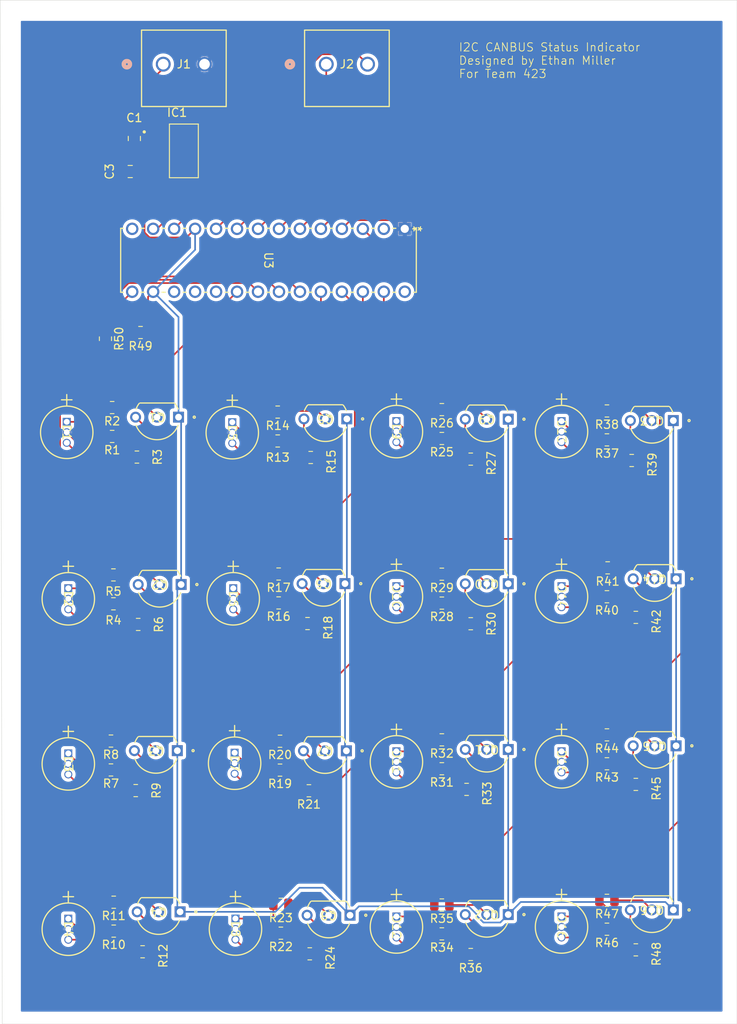
<source format=kicad_pcb>
(kicad_pcb (version 20240108) (generator "pcbnew") (generator_version "8.0")
  (layers (0 "F.Cu" signal) (31 "B.Cu" signal) (34 "B.Paste" user) (35 "F.Paste" user) (36 "B.SilkS" user "B.Silkscreen") (37 "F.SilkS" user "F.Silkscreen") (38 "B.Mask" user) (39 "F.Mask" user) (44 "Edge.Cuts" user))
  (net 0 "")
  (net 1 "VDD")
  (net 2 "GND")
  (net 3 "/3V3")
  (net 4 "Net-(D1-A2)")
  (net 5 "Net-(D1-A1)")
  (net 6 "Net-(D2-A1)")
  (net 7 "Net-(D2-A2)")
  (net 8 "Net-(D3-A2)")
  (net 9 "Net-(D3-A1)")
  (net 10 "Net-(D4-A2)")
  (net 11 "Net-(D4-A1)")
  (net 12 "Net-(D5-A1)")
  (net 13 "Net-(D5-A2)")
  (net 14 "Net-(D6-A1)")
  (net 15 "Net-(D6-A2)")
  (net 16 "Net-(D7-A2)")
  (net 17 "Net-(D7-A1)")
  (net 18 "Net-(D8-A1)")
  (net 19 "Net-(D8-A2)")
  (net 20 "Net-(D9-A1)")
  (net 21 "Net-(D9-A2)")
  (net 22 "Net-(D10-A1)")
  (net 23 "Net-(D10-A2)")
  (net 24 "Net-(D11-A1)")
  (net 25 "Net-(D11-A2)")
  (net 26 "Net-(D12-A1)")
  (net 27 "Net-(D12-A2)")
  (net 28 "Net-(D13-A1)")
  (net 29 "Net-(D13-A2)")
  (net 30 "Net-(D14-A1)")
  (net 31 "Net-(D14-A2)")
  (net 32 "Net-(D15-A2)")
  (net 33 "Net-(D15-A1)")
  (net 34 "Net-(D16-A1)")
  (net 35 "Net-(D16-A2)")
  (net 36 "/SCL")
  (net 37 "/SDA")
  (net 38 "Net-(Q1-C)")
  (net 39 "Net-(Q1-B)")
  (net 40 "Net-(Q2-B)")
  (net 41 "Net-(Q2-C)")
  (net 42 "Net-(Q3-C)")
  (net 43 "Net-(Q3-B)")
  (net 44 "Net-(Q4-C)")
  (net 45 "Net-(Q4-B)")
  (net 46 "Net-(Q5-C)")
  (net 47 "Net-(Q5-B)")
  (net 48 "Net-(Q6-C)")
  (net 49 "Net-(Q6-B)")
  (net 50 "Net-(Q7-C)")
  (net 51 "Net-(Q7-B)")
  (net 52 "Net-(Q8-C)")
  (net 53 "Net-(Q8-B)")
  (net 54 "Net-(Q9-B)")
  (net 55 "Net-(Q9-C)")
  (net 56 "Net-(Q10-C)")
  (net 57 "Net-(Q10-B)")
  (net 58 "Net-(Q11-C)")
  (net 59 "Net-(Q11-B)")
  (net 60 "Net-(Q12-B)")
  (net 61 "Net-(Q12-C)")
  (net 62 "Net-(Q13-C)")
  (net 63 "Net-(Q13-B)")
  (net 64 "Net-(Q14-C)")
  (net 65 "Net-(Q14-B)")
  (net 66 "Net-(Q15-B)")
  (net 67 "Net-(Q15-C)")
  (net 68 "Net-(Q16-B)")
  (net 69 "Net-(Q16-C)")
  (net 70 "/GP0.0")
  (net 71 "/GP0.1")
  (net 72 "/GP0.2")
  (net 73 "/GP0.3")
  (net 74 "/GP0.4")
  (net 75 "/GP0.5")
  (net 76 "/GP0.6")
  (net 77 "/GP0.7")
  (net 78 "/GP1.0")
  (net 79 "/GP1.1")
  (net 80 "/GP1.2")
  (net 81 "/GP1.3")
  (net 82 "/GP1.4")
  (net 83 "/GP1.5")
  (net 84 "/GP1.6")
  (net 85 "/GP1.7")
  (net 86 "/ADDR")
  (footprint "Resistor_SMD:R_0805_2012Metric" (layer "F.Cu") (at 83.73 118 180)
    (property "Reference" "R16")
    (property "Value" "86.6")
  )
  (footprint "Library:TO-92-3L_5P33X5P2_ONS" (layer "F.Cu") (at 71.91675 115.77 180)
    (property "Reference" "Q2")
    (property "Value" "PNP")
  )
  (footprint "Resistor_SMD:R_0805_2012Metric" (layer "F.Cu") (at 63.75 157.75 180)
    (property "Reference" "R10")
    (property "Value" "86.6")
  )
  (footprint "Resistor_SMD:R_0805_2012Metric" (layer "F.Cu") (at 127 139.98 180)
    (property "Reference" "R45")
    (property "Value" "86.6")
  )
  (footprint "Resistor_SMD:R_0805_2012Metric" (layer "F.Cu") (at 127 160.02 180)
    (property "Reference" "R48")
    (property "Value" "86.6")
  )
  (footprint "Library:HLMP-40XX_BRA" (layer "F.Cu") (at 118 155.98 -90)
    (property "Reference" "D16")
    (property "Value" "LED_Dual_AKA")
  )
  (footprint "Library:HLMP-40XX_BRA" (layer "F.Cu") (at 78.39675 136.14675 -90)
    (property "Reference" "D7")
    (property "Value" "LED_Dual_AKA")
  )
  (footprint "Capacitor_SMD:C_0805_2012Metric" (layer "F.Cu") (at 65.75 65.75 180)
    (property "Reference" "C3")
    (property "Value" "22uF")
  )
  (footprint "Resistor_SMD:R_0805_2012Metric" (layer "F.Cu") (at 63.41675 134.73 180)
    (property "Reference" "R8")
    (property "Value" "1k")
  )
  (footprint "Resistor_SMD:R_0805_2012Metric" (layer "F.Cu") (at 103.5 158.08325 180)
    (property "Reference" "R34")
    (property "Value" "86.6")
  )
  (footprint "Resistor_SMD:R_0805_2012Metric" (layer "F.Cu") (at 123.5 137.48 180)
    (property "Reference" "R43")
    (property "Value" "86.6")
  )
  (footprint "Resistor_SMD:R_0805_2012Metric" (layer "F.Cu") (at 83.73 114.5 180)
    (property "Reference" "R17")
    (property "Value" "1k")
  )
  (footprint "Library:HLMP-40XX_BRA" (layer "F.Cu") (at 58.25 116.23 -90)
    (property "Reference" "D2")
    (property "Value" "LED_Dual_AKA")
  )
  (footprint "Library:VREG_TLE42644GHTSA3" (layer "F.Cu") (at 72.25 63.25)
    (property "Reference" "IC1")
    (property "Value" "TLE42744GS_V33")
  )
  (footprint "Resistor_SMD:R_0805_2012Metric" (layer "F.Cu") (at 123.5875 113.75 180)
    (property "Reference" "R41")
    (property "Value" "1k")
  )
  (footprint "Resistor_SMD:R_0805_2012Metric" (layer "F.Cu") (at 87.23 120.5 180)
    (property "Reference" "R18")
    (property "Value" "86.6")
  )
  (footprint "Library:TO-92-3L_5P33X5P2_ONS" (layer "F.Cu") (at 91.9939 95.7121 180)
    (property "Reference" "Q5")
    (property "Value" "PNP")
  )
  (footprint "Resistor_SMD:R_0805_2012Metric" (layer "F.Cu") (at 87.39675 140.75 180)
    (property "Reference" "R21")
    (property "Value" "86.6")
  )
  (footprint "Library:TO-92-3L_5P33X5P2_ONS" (layer "F.Cu") (at 71.4562 135.89355 180)
    (property "Reference" "Q3")
    (property "Value" "PNP")
  )
  (footprint "Resistor_SMD:R_0805_2012Metric" (layer "F.Cu") (at 84 154.5 180)
    (property "Reference" "R23")
    (property "Value" "1k")
  )
  (footprint "Library:TO-92-3L_5P33X5P2_ONS" (layer "F.Cu") (at 71.6 95.5 180)
    (property "Reference" "Q1")
    (property "Value" "PNP")
  )
  (footprint "Library:SPDIP28_300MC_MCH" (layer "F.Cu") (at 99.01 72.69 -90)
    (property "Reference" "U3")
    (property "Value" "MCP23018-E/SP")
  )
  (footprint "Library:HLMP-40XX_BRA" (layer "F.Cu") (at 78.115 96.115 -90)
    (property "Reference" "D5")
    (property "Value" "LED_Dual_AKA")
  )
  (footprint "Library:HLMP-40XX_BRA" (layer "F.Cu") (at 98 155.98 -90)
    (property "Reference" "D12")
    (property "Value" "LED_Dual_AKA")
  )
  (footprint "Resistor_SMD:R_0805_2012Metric" (layer "F.Cu") (at 83.89675 134.75 180)
    (property "Reference" "R20")
    (property "Value" "1k")
  )
  (footprint "Library:HLMP-40XX_BRA" (layer "F.Cu") (at 118 115.98 -90)
    (property "Reference" "D14")
    (property "Value" "LED_Dual_AKA")
  )
  (footprint "Library:TO-92-3L_5P33X5P2_ONS" (layer "F.Cu") (at 111.53945 95.7468 180)
    (property "Reference" "Q9")
    (property "Value" "PNP")
  )
  (footprint "Library:HLMP-40XX_BRA" (layer "F.Cu") (at 78.23 116.23 -90)
    (property "Reference" "D6")
    (property "Value" "LED_Dual_AKA")
  )
  (footprint "Library:HLMP-40XX_BRA" (layer "F.Cu") (at 78.5 156.23 -90)
    (property "Reference" "D8")
    (property "Value" "LED_Dual_AKA")
  )
  (footprint "Resistor_SMD:R_0805_2012Metric" (layer "F.Cu") (at 123.5 133.98 180)
    (property "Reference" "R44")
    (property "Value" "1k")
  )
  (footprint "Library:HLMP-40XX_BRA" (layer "F.Cu") (at 98 135.98 -90)
    (property "Reference" "D11")
    (property "Value" "LED_Dual_AKA")
  )
  (footprint "Library:TO-92-3L_5P33X5P2_ONS" (layer "F.Cu") (at 71.78945 155.41355 180)
    (property "Reference" "Q4")
    (property "Value" "PNP")
  )
  (footprint "Library:TO-92-3L_5P33X5P2_ONS" (layer "F.Cu") (at 91.76945 115.66355 180)
    (property "Reference" "Q6")
    (property "Value" "PNP")
  )
  (footprint "Resistor_SMD:R_0805_2012Metric" (layer "F.Cu") (at 63.75 154.25 180)
    (property "Reference" "R11")
    (property "Value" "1k")
  )
  (footprint "Resistor_SMD:R_0805_2012Metric" (layer "F.Cu") (at 84 158 180)
    (property "Reference" "R22")
    (property "Value" "86.6")
  )
  (footprint "Library:HLMP-40XX_BRA" (layer "F.Cu") (at 118 95.98 -90)
    (property "Reference" "D13")
    (property "Value" "LED_Dual_AKA")
  )
  (footprint "Resistor_SMD:R_0805_2012Metric" (layer "F.Cu") (at 126.5 100.75 180)
    (property "Reference" "R39")
    (property "Value" "86.6")
  )
  (footprint "Library:TO-92-3L_5P33X5P2_ONS" (layer "F.Cu") (at 131.8789 135.3071 180)
    (property "Reference" "Q15")
    (property "Value" "PNP")
  )
  (footprint "Resistor_SMD:R_0805_2012Metric" (layer "F.Cu") (at 123.5 157.52 180)
    (property "Reference" "R46")
    (property "Value" "86.6")
  )
  (footprint "Library:HLMP-40XX_BRA" (layer "F.Cu") (at 118 135.98 -90)
    (property "Reference" "D15")
    (property "Value" "LED_Dual_AKA")
  )
  (footprint "Resistor_SMD:R_0805_2012Metric" (layer "F.Cu") (at 66.56055 100.33645 180)
    (property "Reference" "R3")
    (property "Value" "86.6")
  )
  (footprint "Resistor_SMD:R_0805_2012Metric" (layer "F.Cu") (at 62.75 86 -90)
    (property "Reference" "R50")
    (property "Value" "1k5")
  )
  (footprint "Resistor_SMD:R_0805_2012Metric" (layer "F.Cu") (at 103.5 98.08325 180)
    (property "Reference" "R25")
    (property "Value" "86.6")
  )
  (footprint "Resistor_SMD:R_0805_2012Metric" (layer "F.Cu") (at 66.71675 120.60645 180)
    (property "Reference" "R6")
    (property "Value" "86.6")
  )
  (footprint "Resistor_SMD:R_0805_2012Metric" (layer "F.Cu") (at 67 85.25 180)
    (property "Reference" "R49")
    (property "Value" "3k3")
  )
  (footprint "Resistor_SMD:R_0805_2012Metric" (layer "F.Cu") (at 63.56055 97.83645 180)
    (property "Reference" "R1")
    (property "Value" "86.6")
  )
  (footprint "Resistor_SMD:R_0805_2012Metric" (layer "F.Cu") (at 123.5 117.25 180)
    (property "Reference" "R40")
    (property "Value" "86.6")
  )
  (footprint "Resistor_SMD:R_0805_2012Metric" (layer "F.Cu") (at 103.5 114.52 180)
    (property "Reference" "R29")
    (property "Value" "1k")
  )
  (footprint "Resistor_SMD:R_0805_2012Metric" (layer "F.Cu") (at 123.5 98.25 180)
    (property "Reference" "R37")
    (property "Value" "86.6")
  )
  (footprint "Resistor_SMD:R_0805_2012Metric" (layer "F.Cu") (at 123.5 94.75 180)
    (property "Reference" "R38")
    (property "Value" "1k")
  )
  (footprint "Resistor_SMD:R_0805_2012Metric" (layer "F.Cu") (at 103.5 94.58325 180)
    (property "Reference" "R26")
    (property "Value" "1k")
  )
  (footprint "Library:HLMP-40XX_BRA" (layer "F.Cu") (at 98 115.98 -90)
    (property "Reference" "D10")
    (property "Value" "LED_Dual_AKA")
  )
  (footprint "Resistor_SMD:R_0805_2012Metric" (layer "F.Cu") (at 83.615 94.885 180)
    (property "Reference" "R14")
    (property "Value" "1k")
  )
  (footprint "Resistor_SMD:R_0805_2012Metric" (layer "F.Cu") (at 66.41675 140.73 180)
    (property "Reference" "R9")
    (property "Value" "86.6")
  )
  (footprint "Resistor_SMD:R_0805_2012Metric" (layer "F.Cu") (at 107 100.58325 180)
    (property "Reference" "R27")
    (property "Value" "86.6")
  )
  (footprint "Library:HLMP-40XX_BRA" (layer "F.Cu") (at 58.25 156.25 -90)
    (property "Reference" "D4")
    (property "Value" "LED_Dual_AKA")
  )
  (footprint "Resistor_SMD:R_0805_2012Metric" (layer "F.Cu") (at 63.71675 114.60645 180)
    (property "Reference" "R5")
    (property "Value" "1k")
  )
  (footprint "Resistor_SMD:R_0805_2012Metric" (layer "F.Cu") (at 103.5 138.08325 180)
    (property "Reference" "R31")
    (property "Value" "86.6")
  )
  (footprint "Resistor_SMD:R_0805_2012Metric" (layer "F.Cu") (at 83.615 98.385 180)
    (property "Reference" "R13")
    (property "Value" "86.6")
  )
  (footprint "Library:TO-92-3L_5P33X5P2_ONS" (layer "F.Cu") (at 111.53945 155.7468 180)
    (property "Reference" "Q12")
    (property "Value" "PNP")
  )
  (footprint "Library:TO-92-3L_5P33X5P2_ONS" (layer "F.Cu") (at 111.53945 135.7468 180)
    (property "Reference" "Q11")
    (property "Value" "PNP")
  )
  (footprint "Resistor_SMD:R_0805_2012Metric" (layer "F.Cu") (at 63.41675 138.23 180)
    (property "Reference" "R7")
    (property "Value" "86.6")
  )
  (footprint "Resistor_SMD:R_0805_2012Metric" (layer "F.Cu") (at 87.5 160.5 180)
    (property "Reference" "R24")
    (property "Value" "86.6")
  )
  (footprint "Capacitor_SMD:C_0805_2012Metric" (layer "F.Cu") (at 66.25 61.75 -90)
    (property "Reference" "C1")
    (property "Value" "22uF")
  )
  (footprint "Library:TO-92-3L_5P33X5P2_ONS" (layer "F.Cu") (at 131.8789 115.0771 180)
    (property "Reference" "Q14")
    (property "Value" "PNP")
  )
  (footprint "Resistor_SMD:R_0805_2012Metric" (layer "F.Cu") (at 67.25 160.25 180)
    (property "Reference" "R12")
    (property "Value" "86.6")
  )
  (footprint "Library:HLMP-40XX_BRA" (layer "F.Cu") (at 58.25 136.23 -90)
    (property "Reference" "D3")
    (property "Value" "LED_Dual_AKA")
  )
  (footprint "Resistor_SMD:R_0805_2012Metric" (layer "F.Cu") (at 107 120.52 180)
    (property "Reference" "R30")
    (property "Value" "86.6")
  )
  (footprint "Resistor_SMD:R_0805_2012Metric" (layer "F.Cu") (at 63.56055 94.33645 180)
    (property "Reference" "R2")
    (property "Value" "1k")
  )
  (footprint "Resistor_SMD:R_0805_2012Metric" (layer "F.Cu") (at 107 160.58325 180)
    (property "Reference" "R36")
    (property "Value" "86.6")
  )
  (footprint "Resistor_SMD:R_0805_2012Metric" (layer "F.Cu") (at 127 119.75 180)
    (property "Reference" "R42")
    (property "Value" "86.6")
  )
  (footprint "Library:HLMP-40XX_BRA" (layer "F.Cu") (at 58.06055 96.06645 -90)
    (property "Reference" "D1")
    (property "Value" "LED_Dual_AKA")
  )
  (footprint "Resistor_SMD:R_0805_2012Metric" (layer "F.Cu") (at 63.71675 118.10645 180)
    (property "Reference" "R4")
    (property "Value" "86.6")
  )
  (footprint "Resistor_SMD:R_0805_2012Metric" (layer "F.Cu") (at 103.5 134.58325 180)
    (property "Reference" "R32")
    (property "Value" "1k")
  )
  (footprint "Library:TO-92-3L_5P33X5P2_ONS" (layer "F.Cu") (at 131.53945 95.91355 180)
    (property "Reference" "Q13")
    (property "Value" "PNP")
  )
  (footprint "Library:TO-92-3L_5P33X5P2_ONS" (layer "F.Cu") (at 91.9362 135.91355 180)
    (property "Reference" "Q7")
    (property "Value" "PNP")
  )
  (footprint "Resistor_SMD:R_0805_2012Metric" (layer "F.Cu") (at 103.5 154.58325 180)
    (property "Reference" "R35")
    (property "Value" "1k")
  )
  (footprint "Resistor_SMD:R_0805_2012Metric" (layer "F.Cu") (at 83.89675 138.25 180)
    (property "Reference" "R19")
    (property "Value" "86.6")
  )
  (footprint "Resistor_SMD:R_0805_2012Metric" (layer "F.Cu") (at 87.615 100.385 180)
    (property "Reference" "R15")
    (property "Value" "86.6")
  )
  (footprint "Resistor_SMD:R_0805_2012Metric" (layer "F.Cu") (at 123.5 154.02 180)
    (property "Reference" "R47")
    (property "Value" "1k")
  )
  (footprint "Library:HLMP-40XX_BRA" (layer "F.Cu") (at 98 95.98 -90)
    (property "Reference" "D9")
    (property "Value" "LED_Dual_AKA")
  )
  (footprint "Resistor_SMD:R_0805_2012Metric" (layer "F.Cu") (at 106.5 140.58325 180)
    (property "Reference" "R33")
    (property "Value" "86.6")
  )
  (footprint "Library:TO-92-3L_5P33X5P2_ONS" (layer "F.Cu") (at 92.3789 155.8271 180)
    (property "Reference" "Q8")
    (property "Value" "PNP")
  )
  (footprint "Library:TO-92-3L_5P33X5P2_ONS" (layer "F.Cu") (at 111.53945 115.68355 180)
    (property "Reference" "Q10")
    (property "Value" "PNP")
  )
  (footprint "Library:TO-92-3L_5P33X5P2_ONS" (layer "F.Cu") (at 131.53945 155.18355 180)
    (property "Reference" "Q16")
    (property "Value" "PNP")
  )
  (footprint "Library:CONN_1935161_PXC" (layer "F.Cu") (at 89.5 52.75)
    (property "Reference" "J2")
    (property "Value" "Screw_Terminal_01x02")
  )
  (footprint "Library:CONN_1935161_PXC" (layer "F.Cu") (at 69.75 52.75)
    (property "Reference" "J1")
    (property "Value" "Screw_Terminal_01x02")
  )
  (footprint "Resistor_SMD:R_0805_2012Metric" (layer "F.Cu") (at 103.5 118.02 180)
    (property "Reference" "R28")
    (property "Value" "86.6")
  )
  (gr_line (start 50 45) (end 50.25 169) (stroke (width 0.05)) (layer "Edge.Cuts"))
  (gr_line (start 139.25 45) (end 50 45) (stroke (width 0.05)) (layer "Edge.Cuts"))
  (gr_line (start 50.25 169) (end 139.25 169) (stroke (width 0.05)) (layer "Edge.Cuts"))
  (gr_line (start 139.25 169) (end 139.25 45) (stroke (width 0.05)) (layer "Edge.Cuts"))
  (gr_text "I2C CANBUS Status Indicator\nDesigned by Ethan Miller\nFor Team 423" (at 105.5 54.5 0) (layer "F.SilkS") (effects (font (size 1 1) (thickness 0.1)) (justify left bottom)))
  (segment (start 69.75 53.25) (end 69 54) (width 0.2) (layer "F.Cu") (net 1))
  (segment (start 68.85 60.8) (end 69 60.95) (width 0.2) (layer "F.Cu") (net 1))
  (segment (start 69.75 52.75) (end 69.75 53.25) (width 0.2) (layer "F.Cu") (net 1))
  (segment (start 69 54) (end 69 60.95) (width 0.2) (layer "F.Cu") (net 1))
  (segment (start 66.25 60.8) (end 68.85 60.8) (width 0.2) (layer "F.Cu") (net 1))
  (segment (start 67.3 63.25) (end 69 63.25) (width 0.2) (layer "F.Cu") (net 2))
  (segment (start 59.7241 99) (end 58.06055 97.33645) (width 0.2) (layer "F.Cu") (net 2))
  (segment (start 64.8 65.75) (end 67.3 63.25) (width 0.2) (layer "F.Cu") (net 2))
  (segment (start 75.5 63.25) (end 75.5 53.5) (width 0.2) (layer "F.Cu") (net 2))
  (segment (start 68.45 62.7) (end 69 63.25) (width 0.2) (layer "F.Cu") (net 2))
  (segment (start 63.5 98.481744) (end 62.981744 99) (width 0.2) (layer "F.Cu") (net 2))
  (segment (start 61.83555 87.82695) (end 61.83555 95.021194) (width 0.2) (layer "F.Cu") (net 2))
  (segment (start 75.5 53.5) (end 74.75 52.75) (width 0.2) (layer "F.Cu") (net 2))
  (segment (start 62.981744 99) (end 59.7241 99) (width 0.2) (layer "F.Cu") (net 2))
  (segment (start 66.25 62.7) (end 68.45 62.7) (width 0.2) (layer "F.Cu") (net 2))
  (segment (start 62.75 86.9125) (end 61.83555 87.82695) (width 0.2) (layer "F.Cu") (net 2))
  (segment (start 63.5 96.685644) (end 63.5 98.481744) (width 0.2) (layer "F.Cu") (net 2))
  (segment (start 75.5 63.25) (end 69 63.25) (width 0.2) (layer "F.Cu") (net 2))
  (segment (start 61.83555 95.021194) (end 63.5 96.685644) (width 0.2) (layer "F.Cu") (net 2))
  (segment (start 69 65.55) (end 67.4807 67.0693) (width 0.2) (layer "F.Cu") (net 3))
  (segment (start 67.4807 73.124635) (end 68.095365 73.7393) (width 0.2) (layer "F.Cu") (net 3))
  (segment (start 67.9125 80.9275) (end 68.53 80.31) (width 0.2) (layer "F.Cu") (net 3))
  (segment (start 72.5607 73.7393) (end 73.61 72.69) (width 0.2) (layer "F.Cu") (net 3))
  (segment (start 67.4807 67.0693) (end 67.4807 73.124635) (width 0.2) (layer "F.Cu") (net 3))
  (segment (start 68.095365 73.7393) (end 72.5607 73.7393) (width 0.2) (layer "F.Cu") (net 3))
  (segment (start 68.8 65.75) (end 69 65.55) (width 0.2) (layer "F.Cu") (net 3))
  (segment (start 67.9125 85.25) (end 67.9125 80.9275) (width 0.2) (layer "F.Cu") (net 3))
  (segment (start 66.7 65.75) (end 68.8 65.75) (width 0.2) (layer "F.Cu") (net 3))
  (segment (start 86.25 152.5) (end 83.33645 155.41355) (width 0.2) (layer "B.Cu") (net 3))
  (segment (start 131.53945 114.73765) (end 131.8789 115.0771) (width 0.2) (layer "B.Cu") (net 3))
  (segment (start 71.6 83.38) (end 68.53 80.31) (width 0.2) (layer "B.Cu") (net 3))
  (segment (start 91.9939 95.7121) (end 91.9939 115.4391) (width 0.2) (layer "B.Cu") (net 3))
  (segment (start 71.4562 135.89355) (end 71.4562 155.0803) (width 0.2) (layer "B.Cu") (net 3))
  (segment (start 107.7468 155.7468) (end 106.75 154.75) (width 0.2) (layer "B.Cu") (net 3))
  (segment (start 73.61 75.23) (end 68.53 80.31) (width 0.2) (layer "B.Cu") (net 3))
  (segment (start 131.53945 135.64655) (end 131.8789 135.3071) (width 0.2) (layer "B.Cu") (net 3))
  (segment (start 92.3789 155.8271) (end 89.0518 152.5) (width 0.2) (layer "B.Cu") (net 3))
  (segment (start 111.53945 115.68355) (end 111.53945 135.7468) (width 0.2) (layer "B.Cu") (net 3))
  (segment (start 91.9362 135.91355) (end 91.9362 155.3844) (width 0.2) (layer "B.Cu") (net 3))
  (segment (start 131.8789 115.0771) (end 131.8789 135.3071) (width 0.2) (layer "B.Cu") (net 3))
  (segment (start 91.76945 115.66355) (end 91.76945 135.7468) (width 0.2) (layer "B.Cu") (net 3))
  (segment (start 93.456 154.75) (end 92.3789 155.8271) (width 0.2) (layer "B.Cu") (net 3))
  (segment (start 71.4562 135.89355) (end 71.4562 116.23055) (width 0.2) (layer "B.Cu") (net 3))
  (segment (start 83.33645 155.41355) (end 71.78945 155.41355) (width 0.2) (layer "B.Cu") (net 3))
  (segment (start 73.61 72.69) (end 73.61 75.23) (width 0.2) (layer "B.Cu") (net 3))
  (segment (start 106.75 154.75) (end 93.456 154.75) (width 0.2) (layer "B.Cu") (net 3))
  (segment (start 89.0518 152.5) (end 86.25 152.5) (width 0.2) (layer "B.Cu") (net 3))
  (segment (start 107.7468 155.912361) (end 107.7468 155.7468) (width 0.2) (layer "B.Cu") (net 3))
  (segment (start 111.53945 155.7468) (end 111.53945 135.7468) (width 0.2) (layer "B.Cu") (net 3))
  (segment (start 91.9939 115.4391) (end 91.76945 115.66355) (width 0.2) (layer "B.Cu") (net 3))
  (segment (start 131.53945 155.18355) (end 130.57905 154.22315) (width 0.2) (layer "B.Cu") (net 3))
  (segment (start 71.4562 155.0803) (end 71.78945 155.41355) (width 0.2) (layer "B.Cu") (net 3))
  (segment (start 111.53945 115.68355) (end 111.53945 95.7468) (width 0.2) (layer "B.Cu") (net 3))
  (segment (start 71.91675 115.77) (end 71.91675 95.81675) (width 0.2) (layer "B.Cu") (net 3))
  (segment (start 71.6 95.5) (end 71.6 83.38) (width 0.2) (layer "B.Cu") (net 3))
  (segment (start 130.57905 154.22315) (end 113.0631 154.22315) (width 0.2) (layer "B.Cu") (net 3))
  (segment (start 110.57905 156.7072) (end 108.541639 156.7072) (width 0.2) (layer "B.Cu") (net 3))
  (segment (start 111.53945 155.7468) (end 110.57905 156.7072) (width 0.2) (layer "B.Cu") (net 3))
  (segment (start 113.0631 154.22315) (end 111.53945 155.7468) (width 0.2) (layer "B.Cu") (net 3))
  (segment (start 131.53945 95.91355) (end 131.53945 114.73765) (width 0.2) (layer "B.Cu") (net 3))
  (segment (start 91.76945 135.7468) (end 91.9362 135.91355) (width 0.2) (layer "B.Cu") (net 3))
  (segment (start 91.9362 155.3844) (end 92.3789 155.8271) (width 0.2) (layer "B.Cu") (net 3))
  (segment (start 108.541639 156.7072) (end 107.7468 155.912361) (width 0.2) (layer "B.Cu") (net 3))
  (segment (start 71.91675 95.81675) (end 71.6 95.5) (width 0.2) (layer "B.Cu") (net 3))
  (segment (start 71.4562 116.23055) (end 71.91675 115.77) (width 0.2) (layer "B.Cu") (net 3))
  (segment (start 131.53945 155.18355) (end 131.53945 135.64655) (width 0.2) (layer "B.Cu") (net 3))
  (segment (start 65.64805 100.33645) (end 59.79055 100.33645) (width 0.2) (layer "F.Cu") (net 4))
  (segment (start 59.79055 100.33645) (end 58.06055 98.60645) (width 0.2) (layer "F.Cu") (net 4))
  (segment (start 58.06055 96.06645) (end 60.87805 96.06645) (width 0.2) (layer "F.Cu") (net 5))
  (segment (start 60.87805 96.06645) (end 62.64805 97.83645) (width 0.2) (layer "F.Cu") (net 5))
  (segment (start 58.25 116.23) (end 60.9278 116.23) (width 0.2) (layer "F.Cu") (net 6))
  (segment (start 60.9278 116.23) (end 62.80425 118.10645) (width 0.2) (layer "F.Cu") (net 6))
  (segment (start 60.08645 120.60645) (end 58.25 118.77) (width 0.2) (layer "F.Cu") (net 7))
  (segment (start 65.80425 120.60645) (end 60.08645 120.60645) (width 0.2) (layer "F.Cu") (net 7))
  (segment (start 58.25 138.77) (end 60.21 140.73) (width 0.2) (layer "F.Cu") (net 8))
  (segment (start 60.21 140.73) (end 65.50425 140.73) (width 0.2) (layer "F.Cu") (net 8))
  (segment (start 60.25 138.23) (end 58.25 136.23) (width 0.2) (layer "F.Cu") (net 9))
  (segment (start 62.50425 138.23) (end 60.25 138.23) (width 0.2) (layer "F.Cu") (net 9))
  (segment (start 64.8775 158.79) (end 66.3375 160.25) (width 0.2) (layer "F.Cu") (net 10))
  (segment (start 58.25 158.79) (end 64.8775 158.79) (width 0.2) (layer "F.Cu") (net 10))
  (segment (start 59.75 157.75) (end 58.25 156.25) (width 0.2) (layer "F.Cu") (net 11))
  (segment (start 62.8375 157.75) (end 59.75 157.75) (width 0.2) (layer "F.Cu") (net 11))
  (segment (start 80.385 98.385) (end 78.115 96.115) (width 0.2) (layer "F.Cu") (net 12))
  (segment (start 82.7025 98.385) (end 80.385 98.385) (width 0.2) (layer "F.Cu") (net 12))
  (segment (start 79.845 100.385) (end 78.115 98.655) (width 0.2) (layer "F.Cu") (net 13))
  (segment (start 86.7025 100.385) (end 79.845 100.385) (width 0.2) (layer "F.Cu") (net 13))
  (segment (start 82.8175 118) (end 80 118) (width 0.2) (layer "F.Cu") (net 14))
  (segment (start 80 118) (end 78.23 116.23) (width 0.2) (layer "F.Cu") (net 14))
  (segment (start 78.23 118.77) (end 79.96 120.5) (width 0.2) (layer "F.Cu") (net 15))
  (segment (start 79.96 120.5) (end 86.3175 120.5) (width 0.2) (layer "F.Cu") (net 15))
  (segment (start 78.39675 138.68675) (end 80.46 140.75) (width 0.2) (layer "F.Cu") (net 16))
  (segment (start 80.46 140.75) (end 86.48425 140.75) (width 0.2) (layer "F.Cu") (net 16))
  (segment (start 80.5 138.25) (end 78.39675 136.14675) (width 0.2) (layer "F.Cu") (net 17))
  (segment (start 82.98425 138.25) (end 80.5 138.25) (width 0.2) (layer "F.Cu") (net 17))
  (segment (start 78.5 156.23) (end 81.3175 156.23) (width 0.2) (layer "F.Cu") (net 18))
  (segment (start 81.3175 156.23) (end 83.0875 158) (width 0.2) (layer "F.Cu") (net 18))
  (segment (start 78.5 158.77) (end 80.23 160.5) (width 0.2) (layer "F.Cu") (net 19))
  (segment (start 80.23 160.5) (end 86.5875 160.5) (width 0.2) (layer "F.Cu") (net 19))
  (segment (start 100.10325 98.08325) (end 98 95.98) (width 0.2) (layer "F.Cu") (net 20))
  (segment (start 102.5875 98.08325) (end 100.10325 98.08325) (width 0.2) (layer "F.Cu") (net 20))
  (segment (start 98 98.52) (end 100.06325 100.58325) (width 0.2) (layer "F.Cu") (net 21))
  (segment (start 100.06325 100.58325) (end 106.0875 100.58325) (width 0.2) (layer "F.Cu") (net 21))
  (segment (start 100.5475 115.98) (end 102.5875 118.02) (width 0.2) (layer "F.Cu") (net 22))
  (segment (start 98 115.98) (end 100.5475 115.98) (width 0.2) (layer "F.Cu") (net 22))
  (segment (start 98 118.52) (end 100 120.52) (width 0.2) (layer "F.Cu") (net 23))
  (segment (start 100 120.52) (end 106.0875 120.52) (width 0.2) (layer "F.Cu") (net 23))
  (segment (start 98 135.98) (end 100.48425 135.98) (width 0.2) (layer "F.Cu") (net 24))
  (segment (start 100.48425 135.98) (end 102.5875 138.08325) (width 0.2) (layer "F.Cu") (net 24))
  (segment (start 100.06325 140.58325) (end 105.5875 140.58325) (width 0.2) (layer "F.Cu") (net 25))
  (segment (start 98 138.52) (end 100.06325 140.58325) (width 0.2) (layer "F.Cu") (net 25))
  (segment (start 98 155.98) (end 100.48425 155.98) (width 0.2) (layer "F.Cu") (net 26))
  (segment (start 100.48425 155.98) (end 102.5875 158.08325) (width 0.2) (layer "F.Cu") (net 26))
  (segment (start 98 158.52) (end 100.06325 160.58325) (width 0.2) (layer "F.Cu") (net 27))
  (segment (start 100.06325 160.58325) (end 106.0875 160.58325) (width 0.2) (layer "F.Cu") (net 27))
  (segment (start 120.27 98.25) (end 118 95.98) (width 0.2) (layer "F.Cu") (net 28))
  (segment (start 122.5875 98.25) (end 120.27 98.25) (width 0.2) (layer "F.Cu") (net 28))
  (segment (start 118 98.52) (end 120.23 100.75) (width 0.2) (layer "F.Cu") (net 29))
  (segment (start 120.23 100.75) (end 125.5875 100.75) (width 0.2) (layer "F.Cu") (net 29))
  (segment (start 118 115.98) (end 121.3175 115.98) (width 0.2) (layer "F.Cu") (net 30))
  (segment (start 121.3175 115.98) (end 122.5875 117.25) (width 0.2) (layer "F.Cu") (net 30))
  (segment (start 118 118.52) (end 124.8575 118.52) (width 0.2) (layer "F.Cu") (net 31))
  (segment (start 124.8575 118.52) (end 126.0875 119.75) (width 0.2) (layer "F.Cu") (net 31))
  (segment (start 118 138.52) (end 124.6275 138.52) (width 0.2) (layer "F.Cu") (net 32))
  (segment (start 124.6275 138.52) (end 126.0875 139.98) (width 0.2) (layer "F.Cu") (net 32))
  (segment (start 122.5875 137.48) (end 119.5 137.48) (width 0.2) (layer "F.Cu") (net 33))
  (segment (start 119.5 137.48) (end 118 135.98) (width 0.2) (layer "F.Cu") (net 33))
  (segment (start 121.0475 155.98) (end 122.5875 157.52) (width 0.2) (layer "F.Cu") (net 34))
  (segment (start 118 155.98) (end 121.0475 155.98) (width 0.2) (layer "F.Cu") (net 34))
  (segment (start 118 158.52) (end 124.5875 158.52) (width 0.2) (layer "F.Cu") (net 35))
  (segment (start 124.5875 158.52) (end 126.0875 160.02) (width 0.2) (layer "F.Cu") (net 35))
  (segment (start 89.5 52.75) (end 89.5 54.26) (width 0.2) (layer "F.Cu") (net 36))
  (segment (start 89.5 54.26) (end 71.07 72.69) (width 0.2) (layer "F.Cu") (net 36))
  (segment (start 93.2983 51.5483) (end 88.9517 51.5483) (width 0.2) (layer "F.Cu") (net 37))
  (segment (start 76.55 65.15) (end 69.01 72.69) (width 0.2) (layer "F.Cu") (net 37))
  (segment (start 69.01 72.69) (end 68.53 72.69) (width 0.2) (layer "F.Cu") (net 37))
  (segment (start 76.55 63.95) (end 76.55 65.15) (width 0.2) (layer "F.Cu") (net 37))
  (segment (start 94.5 52.75) (end 93.2983 51.5483) (width 0.2) (layer "F.Cu") (net 37))
  (segment (start 88.9517 51.5483) (end 76.55 63.95) (width 0.2) (layer "F.Cu") (net 37))
  (segment (start 66.4 95.5) (end 67.47305 96.57305) (width 0.2) (layer "F.Cu") (net 38))
  (segment (start 67.47305 96.57305) (end 67.47305 100.33645) (width 0.2) (layer "F.Cu") (net 38))
  (segment (start 67.83645 94.33645) (end 69 95.5) (width 0.2) (layer "F.Cu") (net 39))
  (segment (start 64.47305 94.33645) (end 67.83645 94.33645) (width 0.2) (layer "F.Cu") (net 39))
  (segment (start 64.62925 114.60645) (end 68.1532 114.60645) (width 0.2) (layer "F.Cu") (net 40))
  (segment (start 68.1532 114.60645) (end 69.31675 115.77) (width 0.2) (layer "F.Cu") (net 40))
  (segment (start 67.62925 116.6825) (end 66.71675 115.77) (width 0.2) (layer "F.Cu") (net 41))
  (segment (start 67.62925 120.60645) (end 67.62925 116.6825) (width 0.2) (layer "F.Cu") (net 41))
  (segment (start 67.32925 136.9666) (end 67.32925 140.73) (width 0.2) (layer "F.Cu") (net 42))
  (segment (start 66.2562 135.89355) (end 67.32925 136.9666) (width 0.2) (layer "F.Cu") (net 42))
  (segment (start 64.32925 134.73) (end 67.69265 134.73) (width 0.2) (layer "F.Cu") (net 43))
  (segment (start 67.69265 134.73) (end 68.8562 135.89355) (width 0.2) (layer "F.Cu") (net 43))
  (segment (start 68.1625 156.9866) (end 66.58945 155.41355) (width 0.2) (layer "F.Cu") (net 44))
  (segment (start 68.1625 160.25) (end 68.1625 156.9866) (width 0.2) (layer "F.Cu") (net 44))
  (segment (start 68.0259 154.25) (end 69.18945 155.41355) (width 0.2) (layer "F.Cu") (net 45))
  (segment (start 64.6625 154.25) (end 68.0259 154.25) (width 0.2) (layer "F.Cu") (net 45))
  (segment (start 86.7939 98.6514) (end 88.5275 100.385) (width 0.2) (layer "F.Cu") (net 46))
  (segment (start 86.7939 95.7121) (end 86.7939 98.6514) (width 0.2) (layer "F.Cu") (net 46))
  (segment (start 84.5275 94.885) (end 84.6608 94.7517) (width 0.2) (layer "F.Cu") (net 47))
  (segment (start 84.6608 94.7517) (end 88.4335 94.7517) (width 0.2) (layer "F.Cu") (net 47))
  (segment (start 88.4335 94.7517) (end 89.3939 95.7121) (width 0.2) (layer "F.Cu") (net 47))
  (segment (start 88.1425 120.5) (end 88.1425 117.2366) (width 0.2) (layer "F.Cu") (net 48))
  (segment (start 88.1425 117.2366) (end 86.56945 115.66355) (width 0.2) (layer "F.Cu") (net 48))
  (segment (start 84.6425 114.5) (end 88.0059 114.5) (width 0.2) (layer "F.Cu") (net 49))
  (segment (start 88.0059 114.5) (end 89.16945 115.66355) (width 0.2) (layer "F.Cu") (net 49))
  (segment (start 88.30925 140.75) (end 88.30925 137.4866) (width 0.2) (layer "F.Cu") (net 50))
  (segment (start 88.30925 137.4866) (end 86.7362 135.91355) (width 0.2) (layer "F.Cu") (net 50))
  (segment (start 89.3362 135.91355) (end 88.17265 134.75) (width 0.2) (layer "F.Cu") (net 51))
  (segment (start 88.17265 134.75) (end 84.80925 134.75) (width 0.2) (layer "F.Cu") (net 51))
  (segment (start 88.4125 160.5) (end 88.4125 157.0607) (width 0.2) (layer "F.Cu") (net 52))
  (segment (start 88.4125 157.0607) (end 87.1789 155.8271) (width 0.2) (layer "F.Cu") (net 52))
  (segment (start 84.9125 154.5) (end 88.4518 154.5) (width 0.2) (layer "F.Cu") (net 53))
  (segment (start 88.4518 154.5) (end 89.7789 155.8271) (width 0.2) (layer "F.Cu") (net 53))
  (segment (start 104.4125 94.58325) (end 107.7759 94.58325) (width 0.2) (layer "F.Cu") (net 54))
  (segment (start 107.7759 94.58325) (end 108.93945 95.7468) (width 0.2) (layer "F.Cu") (net 54))
  (segment (start 106.33945 99.0102) (end 107.9125 100.58325) (width 0.2) (layer "F.Cu") (net 55))
  (segment (start 106.33945 95.7468) (end 106.33945 99.0102) (width 0.2) (layer "F.Cu") (net 55))
  (segment (start 106.33945 118.94695) (end 107.9125 120.52) (width 0.2) (layer "F.Cu") (net 56))
  (segment (start 106.33945 115.68355) (end 106.33945 118.94695) (width 0.2) (layer "F.Cu") (net 56))
  (segment (start 107.7759 114.52) (end 108.93945 115.68355) (width 0.2) (layer "F.Cu") (net 57))
  (segment (start 104.4125 114.52) (end 107.7759 114.52) (width 0.2) (layer "F.Cu") (net 57))
  (segment (start 107.4125 140.58325) (end 107.4125 136.81985) (width 0.2) (layer "F.Cu") (net 58))
  (segment (start 107.4125 136.81985) (end 106.33945 135.7468) (width 0.2) (layer "F.Cu") (net 58))
  (segment (start 104.4125 134.58325) (end 107.7759 134.58325) (width 0.2) (layer "F.Cu") (net 59))
  (segment (start 107.7759 134.58325) (end 108.93945 135.7468) (width 0.2) (layer "F.Cu") (net 59))
  (segment (start 107.7759 154.58325) (end 108.93945 155.7468) (width 0.2) (layer "F.Cu") (net 60))
  (segment (start 104.4125 154.58325) (end 107.7759 154.58325) (width 0.2) (layer "F.Cu") (net 60))
  (segment (start 107.9125 157.31985) (end 106.33945 155.7468) (width 0.2) (layer "F.Cu") (net 61))
  (segment (start 107.9125 160.58325) (end 107.9125 157.31985) (width 0.2) (layer "F.Cu") (net 61))
  (segment (start 126.33945 99.67695) (end 127.4125 100.75) (width 0.2) (layer "F.Cu") (net 62))
  (segment (start 126.33945 95.91355) (end 126.33945 99.67695) (width 0.2) (layer "F.Cu") (net 62))
  (segment (start 127.7759 94.75) (end 128.93945 95.91355) (width 0.2) (layer "F.Cu") (net 63))
  (segment (start 124.4125 94.75) (end 127.7759 94.75) (width 0.2) (layer "F.Cu") (net 63))
  (segment (start 126.6789 115.0771) (end 127.9125 116.3107) (width 0.2) (layer "F.Cu") (net 64))
  (segment (start 127.9125 116.3107) (end 127.9125 119.75) (width 0.2) (layer "F.Cu") (net 64))
  (segment (start 124.5 113.75) (end 127.9518 113.75) (width 0.2) (layer "F.Cu") (net 65))
  (segment (start 127.9518 113.75) (end 129.2789 115.0771) (width 0.2) (layer "F.Cu") (net 65))
  (segment (start 124.4125 133.98) (end 127.9518 133.98) (width 0.2) (layer "F.Cu") (net 66))
  (segment (start 127.9518 133.98) (end 129.2789 135.3071) (width 0.2) (layer "F.Cu") (net 66))
  (segment (start 126.6789 135.3071) (end 126.6789 138.7464) (width 0.2) (layer "F.Cu") (net 67))
  (segment (start 126.6789 138.7464) (end 127.9125 139.98) (width 0.2) (layer "F.Cu") (net 67))
  (segment (start 127.7759 154.02) (end 128.93945 155.18355) (width 0.2) (layer "F.Cu") (net 68))
  (segment (start 124.4125 154.02) (end 127.7759 154.02) (width 0.2) (layer "F.Cu") (net 68))
  (segment (start 126.33945 155.18355) (end 126.33945 158.44695) (width 0.2) (layer "F.Cu") (net 69))
  (segment (start 126.33945 158.44695) (end 127.9125 160.02) (width 0.2) (layer "F.Cu") (net 69))
  (segment (start 68.383256 90.616744) (end 66.367756 90.616744) (width 0.2) (layer "F.Cu") (net 70))
  (segment (start 62.64805 94.33645) (end 64.47305 96.16145) (width 0.2) (layer "F.Cu") (net 70))
  (segment (start 66.367756 90.616744) (end 62.64805 94.33645) (width 0.2) (layer "F.Cu") (net 70))
  (segment (start 64.47305 96.16145) (end 64.47305 97.83645) (width 0.2) (layer "F.Cu") (net 70))
  (segment (start 78.69 80.31) (end 68.383256 90.616744) (width 0.2) (layer "F.Cu") (net 70))
  (segment (start 57.25 87.566065) (end 57.25 109.0522) (width 0.2) (layer "F.Cu") (net 71))
  (segment (start 62.80425 116.28145) (end 64.62925 118.10645) (width 0.2) (layer "F.Cu") (net 71))
  (segment (start 62.80425 114.60645) (end 62.80425 116.28145) (width 0.2) (layer "F.Cu") (net 71))
  (segment (start 80.1807 79.2607) (end 65.555365 79.2607) (width 0.2) (layer "F.Cu") (net 71))
  (segment (start 81.23 80.31) (end 80.1807 79.2607) (width 0.2) (layer "F.Cu") (net 71))
  (segment (start 57.25 109.0522) (end 62.80425 114.60645) (width 0.2) (layer "F.Cu") (net 71))
  (segment (start 65.555365 79.2607) (end 57.25 87.566065) (width 0.2) (layer "F.Cu") (net 71))
  (segment (start 83.77 80.31) (end 82.3207 78.8607) (width 0.2) (layer "F.Cu") (net 72))
  (segment (start 56.75 87.500379) (end 56.75 128.97575) (width 0.2) (layer "F.Cu") (net 72))
  (segment (start 64.32925 138.23) (end 64.32925 136.555) (width 0.2) (layer "F.Cu") (net 72))
  (segment (start 64.32925 136.555) (end 62.50425 134.73) (width 0.2) (layer "F.Cu") (net 72))
  (segment (start 56.75 128.97575) (end 62.50425 134.73) (width 0.2) (layer "F.Cu") (net 72))
  (segment (start 82.3207 78.8607) (end 65.389679 78.8607) (width 0.2) (layer "F.Cu") (net 72))
  (segment (start 65.389679 78.8607) (end 56.75 87.500379) (width 0.2) (layer "F.Cu") (net 72))
  (segment (start 62.8375 154.25) (end 62.8375 155.925) (width 0.2) (layer "F.Cu") (net 73))
  (segment (start 86.31 80.31) (end 84.4607 78.4607) (width 0.2) (layer "F.Cu") (net 73))
  (segment (start 56.25 87.25) (end 56.25 147.6625) (width 0.2) (layer "F.Cu") (net 73))
  (segment (start 62.8375 155.925) (end 64.6625 157.75) (width 0.2) (layer "F.Cu") (net 73))
  (segment (start 56.25 147.6625) (end 62.8375 154.25) (width 0.2) (layer "F.Cu") (net 73))
  (segment (start 84.4607 78.4607) (end 65.0393 78.4607) (width 0.2) (layer "F.Cu") (net 73))
  (segment (start 65.0393 78.4607) (end 56.25 87.25) (width 0.2) (layer "F.Cu") (net 73))
  (segment (start 88.85 88.7375) (end 82.7025 94.885) (width 0.2) (layer "F.Cu") (net 74))
  (segment (start 88.85 80.31) (end 88.85 88.7375) (width 0.2) (layer "F.Cu") (net 74))
  (segment (start 84.5275 98.385) (end 84.5275 96.71) (width 0.2) (layer "F.Cu") (net 74))
  (segment (start 84.5275 96.71) (end 82.7025 94.885) (width 0.2) (layer "F.Cu") (net 74))
  (segment (start 92.9543 104.3632) (end 82.8175 114.5) (width 0.2) (layer "F.Cu") (net 75))
  (segment (start 82.8175 114.5) (end 82.8175 116.175) (width 0.2) (layer "F.Cu") (net 75))
  (segment (start 92.9543 81.8743) (end 92.9543 104.3632) (width 0.2) (layer "F.Cu") (net 75))
  (segment (start 82.8175 116.175) (end 84.6425 118) (width 0.2) (layer "F.Cu") (net 75))
  (segment (start 91.39 80.31) (end 92.9543 81.8743) (width 0.2) (layer "F.Cu") (net 75))
  (segment (start 82.98425 136.425) (end 84.80925 138.25) (width 0.2) (layer "F.Cu") (net 76))
  (segment (start 93.93 80.31) (end 93.93 123.80425) (width 0.2) (layer "F.Cu") (net 76))
  (segment (start 93.93 123.80425) (end 82.98425 134.75) (width 0.2) (layer "F.Cu") (net 76))
  (segment (start 82.98425 134.75) (end 82.98425 136.425) (width 0.2) (layer "F.Cu") (net 76))
  (segment (start 83.0875 147.468994) (end 83.0875 154.5) (width 0.2) (layer "F.Cu") (net 77))
  (segment (start 96.47 80.31) (end 96.47 134.086494) (width 0.2) (layer "F.Cu") (net 77))
  (segment (start 83.0875 156.175) (end 84.9125 158) (width 0.2) (layer "F.Cu") (net 77))
  (segment (start 96.47 134.086494) (end 83.0875 147.468994) (width 0.2) (layer "F.Cu") (net 77))
  (segment (start 83.0875 154.5) (end 83.0875 156.175) (width 0.2) (layer "F.Cu") (net 77))
  (segment (start 102.5875 94.58325) (end 102.5875 96.25825) (width 0.2) (layer "F.Cu") (net 78))
  (segment (start 93.93 72.69) (end 102.5875 81.3475) (width 0.2) (layer "F.Cu") (net 78))
  (segment (start 102.5875 96.25825) (end 104.4125 98.08325) (width 0.2) (layer "F.Cu") (net 78))
  (segment (start 102.5875 81.3475) (end 102.5875 94.58325) (width 0.2) (layer "F.Cu") (net 78))
  (segment (start 115 110.25) (end 107.185256 110.25) (width 0.2) (layer "F.Cu") (net 79))
  (segment (start 107.185256 110.25) (end 102.915256 114.52) (width 0.2) (layer "F.Cu") (net 79))
  (segment (start 102.5875 114.52) (end 102.5875 116.195) (width 0.2) (layer "F.Cu") (net 79))
  (segment (start 102.915256 114.52) (end 102.5875 114.52) (width 0.2) (layer "F.Cu") (net 79))
  (segment (start 115 86.75) (end 115 110.25) (width 0.2) (layer "F.Cu") (net 79))
  (segment (start 91.39 72.69) (end 92.4393 71.6407) (width 0.2) (layer "F.Cu") (net 79))
  (segment (start 99.8907 71.6407) (end 115 86.75) (width 0.2) (layer "F.Cu") (net 79))
  (segment (start 102.5875 116.195) (end 104.4125 118.02) (width 0.2) (layer "F.Cu") (net 79))
  (segment (start 92.4393 71.6407) (end 99.8907 71.6407) (width 0.2) (layer "F.Cu") (net 79))
  (segment (start 115.4 86.584315) (end 115.4 121.77075) (width 0.2) (layer "F.Cu") (net 80))
  (segment (start 115.4 121.77075) (end 102.5875 134.58325) (width 0.2) (layer "F.Cu") (net 80))
  (segment (start 104.4125 136.40825) (end 102.5875 134.58325) (width 0.2) (layer "F.Cu") (net 80))
  (segment (start 100.056386 71.2407) (end 115.4 86.584315) (width 0.2) (layer "F.Cu") (net 80))
  (segment (start 88.85 72.69) (end 90.2993 71.2407) (width 0.2) (layer "F.Cu") (net 80))
  (segment (start 90.2993 71.2407) (end 100.056386 71.2407) (width 0.2) (layer "F.Cu") (net 80))
  (segment (start 104.4125 138.08325) (end 104.4125 136.40825) (width 0.2) (layer "F.Cu") (net 80))
  (segment (start 88.1593 70.8407) (end 100.222072 70.8407) (width 0.2) (layer "F.Cu") (net 81))
  (segment (start 102.5875 156.25825) (end 104.4125 158.08325) (width 0.2) (layer "F.Cu") (net 81))
  (segment (start 100.222072 70.8407) (end 115.8 86.41863) (width 0.2) (layer "F.Cu") (net 81))
  (segment (start 115.8 141.37075) (end 102.5875 154.58325) (width 0.2) (layer "F.Cu") (net 81))
  (segment (start 115.8 86.41863) (end 115.8 141.37075) (width 0.2) (layer "F.Cu") (net 81))
  (segment (start 102.5875 154.58325) (end 102.5875 156.25825) (width 0.2) (layer "F.Cu") (net 81))
  (segment (start 86.31 72.69) (end 88.1593 70.8407) (width 0.2) (layer "F.Cu") (net 81))
  (segment (start 105.431373 69.800001) (end 122.5875 86.956128) (width 0.2) (layer "F.Cu") (net 82))
  (segment (start 83.77 72.69) (end 86.659999 69.800001) (width 0.2) (layer "F.Cu") (net 82))
  (segment (start 122.5875 86.956128) (end 122.5875 94.75) (width 0.2) (layer "F.Cu") (net 82))
  (segment (start 122.5875 94.75) (end 122.5875 96.425) (width 0.2) (layer "F.Cu") (net 82))
  (segment (start 122.5875 96.425) (end 124.4125 98.25) (width 0.2) (layer "F.Cu") (net 82))
  (segment (start 86.659999 69.800001) (end 105.431373 69.800001) (width 0.2) (layer "F.Cu") (net 82))
  (segment (start 81.23 72.69) (end 84.519999 69.400001) (width 0.2) (layer "F.Cu") (net 83))
  (segment (start 124.4125 115.4875) (end 122.675 113.75) (width 0.2) (layer "F.Cu") (net 83))
  (segment (start 106.946701 69.400001) (end 129.89985 92.35315) (width 0.2) (layer "F.Cu") (net 83))
  (segment (start 124.4125 117.25) (end 124.4125 115.4875) (width 0.2) (layer "F.Cu") (net 83))
  (segment (start 129.89985 106.52515) (end 122.675 113.75) (width 0.2) (layer "F.Cu") (net 83))
  (segment (start 129.89985 92.35315) (end 129.89985 106.52515) (width 0.2) (layer "F.Cu") (net 83))
  (segment (start 84.519999 69.400001) (end 106.946701 69.400001) (width 0.2) (layer "F.Cu") (net 83))
  (segment (start 124.4125 137.48) (end 124.4125 135.805) (width 0.2) (layer "F.Cu") (net 84))
  (segment (start 78.69 72.69) (end 82.379999 69.000001) (width 0.2) (layer "F.Cu") (net 84))
  (segment (start 136.15 120.4175) (end 122.5875 133.98) (width 0.2) (layer "F.Cu") (net 84))
  (segment (start 107.112387 69.000001) (end 136.15 98.037614) (width 0.2) (layer "F.Cu") (net 84))
  (segment (start 124.4125 135.805) (end 122.5875 133.98) (width 0.2) (layer "F.Cu") (net 84))
  (segment (start 136.15 98.037614) (end 136.15 120.4175) (width 0.2) (layer "F.Cu") (net 84))
  (segment (start 82.379999 69.000001) (end 107.112387 69.000001) (width 0.2) (layer "F.Cu") (net 84))
  (segment (start 107.278073 68.600001) (end 136.75 98.071928) (width 0.2) (layer "F.Cu") (net 85))
  (segment (start 124.4125 157.52) (end 124.4125 155.845) (width 0.2) (layer "F.Cu") (net 85))
  (segment (start 124.4125 155.845) (end 122.5875 154.02) (width 0.2) (layer "F.Cu") (net 85))
  (segment (start 76.15 72.69) (end 80.239999 68.600001) (width 0.2) (layer "F.Cu") (net 85))
  (segment (start 136.75 139.8575) (end 122.5875 154.02) (width 0.2) (layer "F.Cu") (net 85))
  (segment (start 80.239999 68.600001) (end 107.278073 68.600001) (width 0.2) (layer "F.Cu") (net 85))
  (segment (start 136.75 98.071928) (end 136.75 139.8575) (width 0.2) (layer "F.Cu") (net 85))
  (segment (start 66.0875 85.25) (end 62.9125 85.25) (width 0.2) (layer "F.Cu") (net 86))
  (segment (start 62.75 83.55) (end 65.99 80.31) (width 0.2) (layer "F.Cu") (net 86))
  (segment (start 62.9125 85.25) (end 62.75 85.0875) (width 0.2) (layer "F.Cu") (net 86))
  (segment (start 62.75 85.0875) (end 62.75 83.55) (width 0.2) (layer "F.Cu") (net 86))
  (zone (net 2) (net_name "GND") (layer "B.Cu") (connect_pads (clearance 0.4)) (min_thickness 0.2) (fill yes (thermal_gap 0.05) (thermal_bridge_width 0.5))
    (polygon (pts (xy 52.5 47.5) (xy 137.5 47.5) (xy 137.5 167.5) (xy 52.5 167.5)))
  )
)
</source>
